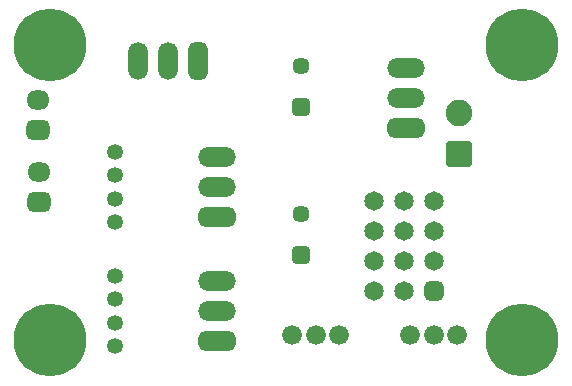
<source format=gts>
G04*
G04 #@! TF.GenerationSoftware,Altium Limited,Altium Designer,21.1.1 (26)*
G04*
G04 Layer_Color=8388736*
%FSLAX24Y24*%
%MOIN*%
G70*
G04*
G04 #@! TF.SameCoordinates,F00D2E86-8B98-404A-8CF5-AA7CE4D76747*
G04*
G04*
G04 #@! TF.FilePolarity,Negative*
G04*
G01*
G75*
%ADD16C,0.0059*%
%ADD17C,0.0659*%
%ADD18C,0.0531*%
%ADD19C,0.0571*%
G04:AMPARAMS|DCode=20|XSize=57.1mil|YSize=57.1mil|CornerRadius=10.6mil|HoleSize=0mil|Usage=FLASHONLY|Rotation=270.000|XOffset=0mil|YOffset=0mil|HoleType=Round|Shape=RoundedRectangle|*
%AMROUNDEDRECTD20*
21,1,0.0571,0.0358,0,0,270.0*
21,1,0.0358,0.0571,0,0,270.0*
1,1,0.0213,-0.0179,-0.0179*
1,1,0.0213,-0.0179,0.0179*
1,1,0.0213,0.0179,0.0179*
1,1,0.0213,0.0179,-0.0179*
%
%ADD20ROUNDEDRECTD20*%
%ADD21O,0.1259X0.0659*%
G04:AMPARAMS|DCode=22|XSize=65.9mil|YSize=125.9mil|CornerRadius=24mil|HoleSize=0mil|Usage=FLASHONLY|Rotation=90.000|XOffset=0mil|YOffset=0mil|HoleType=Round|Shape=RoundedRectangle|*
%AMROUNDEDRECTD22*
21,1,0.0659,0.0780,0,0,90.0*
21,1,0.0180,0.1259,0,0,90.0*
1,1,0.0479,0.0390,0.0090*
1,1,0.0479,0.0390,-0.0090*
1,1,0.0479,-0.0390,-0.0090*
1,1,0.0479,-0.0390,0.0090*
%
%ADD22ROUNDEDRECTD22*%
G04:AMPARAMS|DCode=23|XSize=65mil|YSize=76.8mil|CornerRadius=17.7mil|HoleSize=0mil|Usage=FLASHONLY|Rotation=270.000|XOffset=0mil|YOffset=0mil|HoleType=Round|Shape=RoundedRectangle|*
%AMROUNDEDRECTD23*
21,1,0.0650,0.0413,0,0,270.0*
21,1,0.0295,0.0768,0,0,270.0*
1,1,0.0354,-0.0207,-0.0148*
1,1,0.0354,-0.0207,0.0148*
1,1,0.0354,0.0207,0.0148*
1,1,0.0354,0.0207,-0.0148*
%
%ADD23ROUNDEDRECTD23*%
%ADD24O,0.0768X0.0650*%
G04:AMPARAMS|DCode=25|XSize=88.6mil|YSize=88.6mil|CornerRadius=15.4mil|HoleSize=0mil|Usage=FLASHONLY|Rotation=90.000|XOffset=0mil|YOffset=0mil|HoleType=Round|Shape=RoundedRectangle|*
%AMROUNDEDRECTD25*
21,1,0.0886,0.0579,0,0,90.0*
21,1,0.0579,0.0886,0,0,90.0*
1,1,0.0307,0.0289,0.0289*
1,1,0.0307,0.0289,-0.0289*
1,1,0.0307,-0.0289,-0.0289*
1,1,0.0307,-0.0289,0.0289*
%
%ADD25ROUNDEDRECTD25*%
%ADD26C,0.0886*%
%ADD27C,0.2421*%
%ADD28O,0.0659X0.1259*%
G04:AMPARAMS|DCode=29|XSize=65.9mil|YSize=125.9mil|CornerRadius=24mil|HoleSize=0mil|Usage=FLASHONLY|Rotation=180.000|XOffset=0mil|YOffset=0mil|HoleType=Round|Shape=RoundedRectangle|*
%AMROUNDEDRECTD29*
21,1,0.0659,0.0780,0,0,180.0*
21,1,0.0180,0.1259,0,0,180.0*
1,1,0.0479,-0.0090,0.0390*
1,1,0.0479,0.0090,0.0390*
1,1,0.0479,0.0090,-0.0390*
1,1,0.0479,-0.0090,-0.0390*
%
%ADD29ROUNDEDRECTD29*%
%ADD30C,0.0650*%
G04:AMPARAMS|DCode=31|XSize=65mil|YSize=65mil|CornerRadius=17.7mil|HoleSize=0mil|Usage=FLASHONLY|Rotation=90.000|XOffset=0mil|YOffset=0mil|HoleType=Round|Shape=RoundedRectangle|*
%AMROUNDEDRECTD31*
21,1,0.0650,0.0295,0,0,90.0*
21,1,0.0295,0.0650,0,0,90.0*
1,1,0.0354,0.0148,0.0148*
1,1,0.0354,0.0148,-0.0148*
1,1,0.0354,-0.0148,-0.0148*
1,1,0.0354,-0.0148,0.0148*
%
%ADD31ROUNDEDRECTD31*%
D16*
X11417Y2047D02*
D03*
X15354D02*
D03*
X2677Y3937D02*
D03*
Y8071D02*
D03*
D17*
X9252Y1378D02*
D03*
X10039D02*
D03*
X10827D02*
D03*
X13189D02*
D03*
X13976D02*
D03*
X14764D02*
D03*
D18*
X3346Y3346D02*
D03*
Y984D02*
D03*
Y2559D02*
D03*
Y1772D02*
D03*
Y7480D02*
D03*
Y5118D02*
D03*
Y6693D02*
D03*
Y5906D02*
D03*
D19*
X9547Y10335D02*
D03*
X9547Y5413D02*
D03*
D20*
X9547Y8957D02*
D03*
X9547Y4035D02*
D03*
D21*
X13045Y10252D02*
D03*
Y9252D02*
D03*
X6746Y3165D02*
D03*
Y2165D02*
D03*
X6746Y7299D02*
D03*
X6746Y6299D02*
D03*
D22*
X13045Y8252D02*
D03*
X6746Y1165D02*
D03*
X6746Y5299D02*
D03*
D23*
X807Y5799D02*
D03*
X787Y8201D02*
D03*
D24*
X807Y6799D02*
D03*
X787Y9201D02*
D03*
D25*
X14803Y7382D02*
D03*
D26*
Y8760D02*
D03*
D27*
X16929Y1181D02*
D03*
X1181Y11024D02*
D03*
X16929D02*
D03*
X1181Y1181D02*
D03*
D28*
X4118Y10486D02*
D03*
X5118D02*
D03*
D29*
X6118Y10486D02*
D03*
D30*
X13992Y5831D02*
D03*
X13992Y3831D02*
D03*
X13992Y4831D02*
D03*
X11992Y5831D02*
D03*
X11992Y3831D02*
D03*
Y4831D02*
D03*
X11992Y2831D02*
D03*
X12992D02*
D03*
X12992Y4831D02*
D03*
Y3831D02*
D03*
Y5831D02*
D03*
D31*
X13992Y2831D02*
D03*
M02*

</source>
